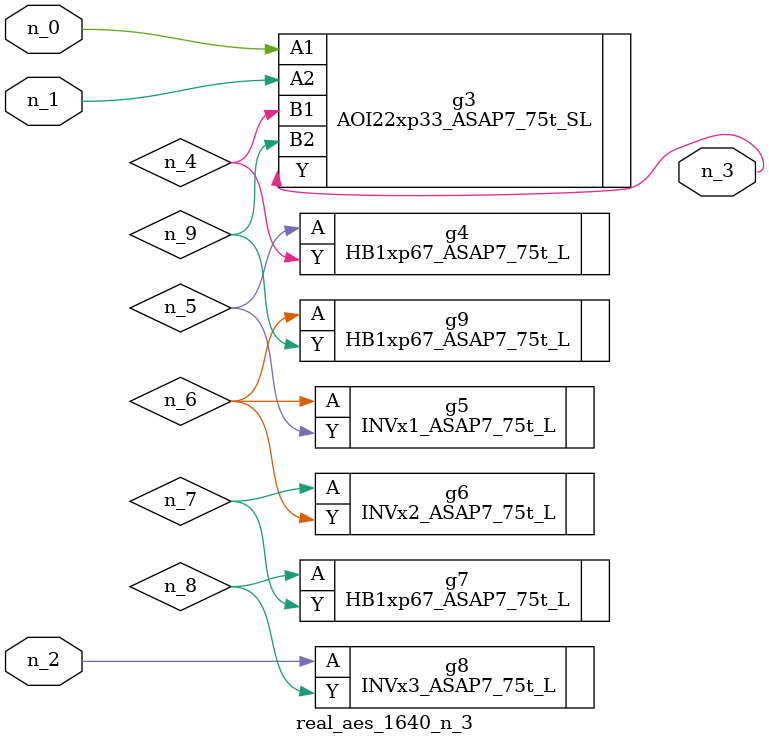
<source format=v>
module real_aes_1640_n_3 (n_0, n_2, n_1, n_3);
input n_0;
input n_2;
input n_1;
output n_3;
wire n_4;
wire n_5;
wire n_7;
wire n_9;
wire n_6;
wire n_8;
AOI22xp33_ASAP7_75t_SL g3 ( .A1(n_0), .A2(n_1), .B1(n_4), .B2(n_9), .Y(n_3) );
INVx3_ASAP7_75t_L g8 ( .A(n_2), .Y(n_8) );
HB1xp67_ASAP7_75t_L g4 ( .A(n_5), .Y(n_4) );
INVx1_ASAP7_75t_L g5 ( .A(n_6), .Y(n_5) );
HB1xp67_ASAP7_75t_L g9 ( .A(n_6), .Y(n_9) );
INVx2_ASAP7_75t_L g6 ( .A(n_7), .Y(n_6) );
HB1xp67_ASAP7_75t_L g7 ( .A(n_8), .Y(n_7) );
endmodule
</source>
